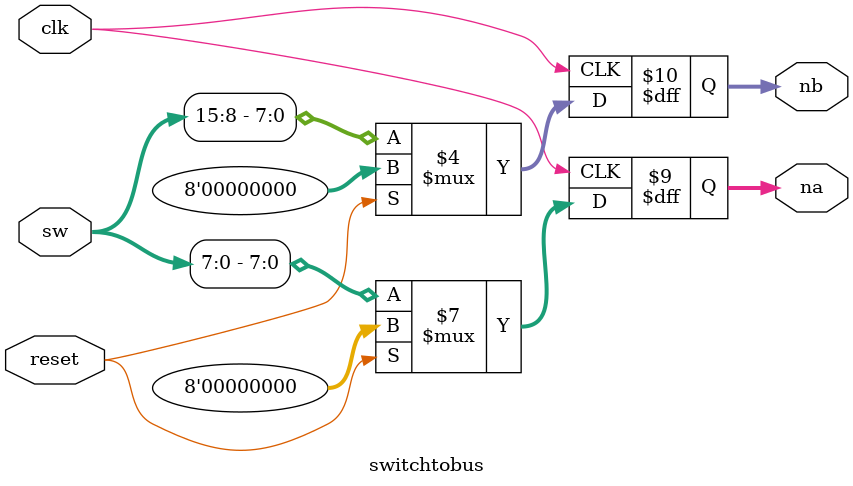
<source format=sv>
`timescale 1ns / 1ps


module switchtobus(
    input logic clk,
    input logic [15:0]sw,
    input logic reset,
    output logic [7:0] na,
    output logic [7:0] nb);

always_ff @(posedge clk) begin
    if (~reset) begin 
         na <= sw[7:0];
         nb <= sw[15:8];
         end
    else begin   
        na <= 'd0;
        nb <= 'd0;
        end
     end
endmodule   



</source>
